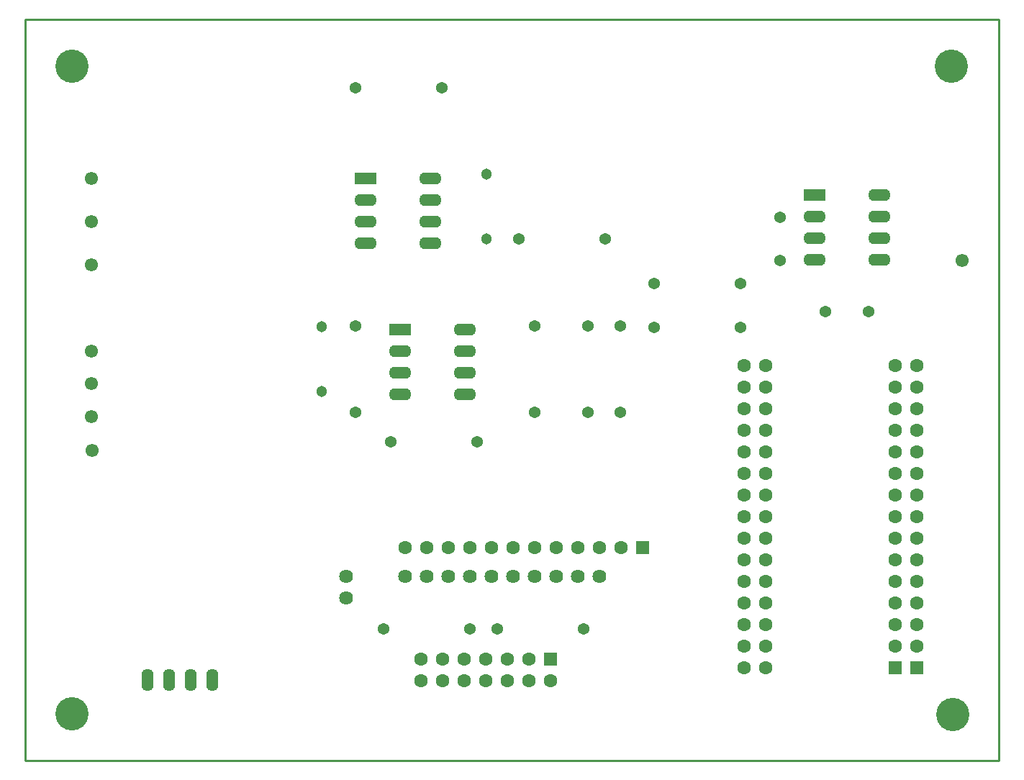
<source format=gts>
G04*
G04 #@! TF.GenerationSoftware,Altium Limited,Altium Designer,19.1.5 (86)*
G04*
G04 Layer_Color=8388736*
%FSLAX43Y43*%
%MOMM*%
G71*
G01*
G75*
%ADD10C,0.254*%
%ADD15C,1.372*%
%ADD16C,1.602*%
%ADD17R,1.602X1.602*%
%ADD18C,1.626*%
%ADD19R,1.602X1.602*%
%ADD20C,3.912*%
%ADD21R,2.642X1.372*%
%ADD22O,2.642X1.372*%
%ADD23C,1.302*%
%ADD24C,1.549*%
%ADD25O,1.372X2.642*%
D10*
X114503Y0D02*
Y87173D01*
X0D02*
X114503D01*
X0Y0D02*
Y87173D01*
Y0D02*
X114503D01*
Y87173D01*
D15*
X42164Y15443D02*
D03*
X52324D02*
D03*
X55474D02*
D03*
X65634D02*
D03*
X84125Y50902D02*
D03*
X73965D02*
D03*
X42977Y37490D02*
D03*
X53137D02*
D03*
X84125Y56083D02*
D03*
X73965D02*
D03*
X88798Y63906D02*
D03*
Y58826D02*
D03*
X99162Y52832D02*
D03*
X94082D02*
D03*
X70002Y40945D02*
D03*
Y51105D02*
D03*
X66142Y40945D02*
D03*
Y51105D02*
D03*
X38811Y40945D02*
D03*
Y51105D02*
D03*
X58014Y61366D02*
D03*
X68174D02*
D03*
X48971Y79146D02*
D03*
X38811D02*
D03*
X59944Y40945D02*
D03*
Y51105D02*
D03*
D16*
X44704Y24994D02*
D03*
X47244D02*
D03*
X49784D02*
D03*
X52324D02*
D03*
X54864D02*
D03*
X57404D02*
D03*
X59944D02*
D03*
X62484D02*
D03*
X65024D02*
D03*
X67564D02*
D03*
X70104D02*
D03*
X46533Y9347D02*
D03*
Y11887D02*
D03*
X49073Y9347D02*
D03*
Y11887D02*
D03*
X51613Y9347D02*
D03*
Y11887D02*
D03*
X54153Y9347D02*
D03*
Y11887D02*
D03*
X56693Y9347D02*
D03*
Y11887D02*
D03*
X59233Y9347D02*
D03*
Y11887D02*
D03*
X61773Y9347D02*
D03*
X84531Y46431D02*
D03*
Y10871D02*
D03*
Y13411D02*
D03*
Y43891D02*
D03*
Y41351D02*
D03*
Y38811D02*
D03*
Y36271D02*
D03*
Y33731D02*
D03*
Y31191D02*
D03*
Y28651D02*
D03*
Y26111D02*
D03*
Y23571D02*
D03*
Y21031D02*
D03*
Y18491D02*
D03*
Y15951D02*
D03*
X104851D02*
D03*
Y18491D02*
D03*
Y21031D02*
D03*
Y23571D02*
D03*
Y26111D02*
D03*
Y28651D02*
D03*
Y31191D02*
D03*
Y33731D02*
D03*
Y36271D02*
D03*
Y38811D02*
D03*
Y41351D02*
D03*
Y43891D02*
D03*
Y13411D02*
D03*
Y46431D02*
D03*
X87071Y15951D02*
D03*
Y18491D02*
D03*
Y21031D02*
D03*
Y23571D02*
D03*
Y26111D02*
D03*
Y28651D02*
D03*
Y31191D02*
D03*
Y33731D02*
D03*
Y36271D02*
D03*
Y38811D02*
D03*
Y41351D02*
D03*
Y43891D02*
D03*
Y13411D02*
D03*
Y10871D02*
D03*
Y46431D02*
D03*
X102311D02*
D03*
Y13411D02*
D03*
Y43891D02*
D03*
Y41351D02*
D03*
Y38811D02*
D03*
Y36271D02*
D03*
Y33731D02*
D03*
Y31191D02*
D03*
Y28651D02*
D03*
Y26111D02*
D03*
Y23571D02*
D03*
Y21031D02*
D03*
Y18491D02*
D03*
Y15951D02*
D03*
D17*
X72644Y24994D02*
D03*
X61773Y11887D02*
D03*
D18*
X37694Y19101D02*
D03*
Y21641D02*
D03*
X49784D02*
D03*
X44704D02*
D03*
X67564D02*
D03*
X65024D02*
D03*
X62484D02*
D03*
X59944D02*
D03*
X57404D02*
D03*
X54864D02*
D03*
X52324D02*
D03*
X47244D02*
D03*
D19*
X104851Y10871D02*
D03*
X102311D02*
D03*
D20*
X5486Y81686D02*
D03*
X108915D02*
D03*
X109118Y5385D02*
D03*
X5486Y5486D02*
D03*
D21*
X40030Y68478D02*
D03*
X92862Y66548D02*
D03*
X44094Y50698D02*
D03*
D22*
X40030Y65938D02*
D03*
Y63398D02*
D03*
Y60858D02*
D03*
X47650Y68478D02*
D03*
Y65938D02*
D03*
Y63398D02*
D03*
Y60858D02*
D03*
X100482Y58928D02*
D03*
Y61468D02*
D03*
Y64008D02*
D03*
Y66548D02*
D03*
X92862Y58928D02*
D03*
Y61468D02*
D03*
Y64008D02*
D03*
X44094Y48158D02*
D03*
Y45618D02*
D03*
Y43078D02*
D03*
X51714Y50698D02*
D03*
Y48158D02*
D03*
Y45618D02*
D03*
Y43078D02*
D03*
D23*
X34849Y43434D02*
D03*
Y51054D02*
D03*
X54254Y61316D02*
D03*
Y68936D02*
D03*
D24*
X110166Y58834D02*
D03*
X7823Y36474D02*
D03*
X7722Y40437D02*
D03*
Y44298D02*
D03*
X7754Y48166D02*
D03*
X7722Y58318D02*
D03*
X7754Y68486D02*
D03*
Y63406D02*
D03*
D25*
X14326Y9449D02*
D03*
X16866D02*
D03*
X19406D02*
D03*
X21946D02*
D03*
M02*

</source>
